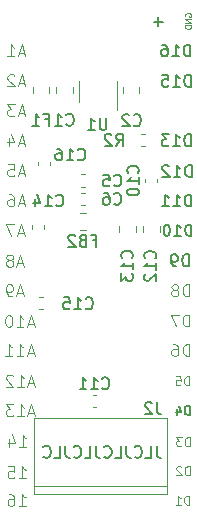
<source format=gbo>
%TF.GenerationSoftware,KiCad,Pcbnew,(5.1.10-1-10_14)*%
%TF.CreationDate,2021-05-30T00:03:35-07:00*%
%TF.ProjectId,BetsyBoard,42657473-7942-46f6-9172-642e6b696361,rev?*%
%TF.SameCoordinates,Original*%
%TF.FileFunction,Legend,Bot*%
%TF.FilePolarity,Positive*%
%FSLAX46Y46*%
G04 Gerber Fmt 4.6, Leading zero omitted, Abs format (unit mm)*
G04 Created by KiCad (PCBNEW (5.1.10-1-10_14)) date 2021-05-30 00:03:35*
%MOMM*%
%LPD*%
G01*
G04 APERTURE LIST*
%ADD10C,0.150000*%
%ADD11C,0.125000*%
%ADD12C,0.100000*%
%ADD13C,0.200000*%
%ADD14C,0.120000*%
G04 APERTURE END LIST*
D10*
X120951047Y-95718380D02*
X120951047Y-96432666D01*
X120998666Y-96575523D01*
X121093904Y-96670761D01*
X121236761Y-96718380D01*
X121332000Y-96718380D01*
X119998666Y-96718380D02*
X120474857Y-96718380D01*
X120474857Y-95718380D01*
X119093904Y-96623142D02*
X119141523Y-96670761D01*
X119284380Y-96718380D01*
X119379619Y-96718380D01*
X119522476Y-96670761D01*
X119617714Y-96575523D01*
X119665333Y-96480285D01*
X119712952Y-96289809D01*
X119712952Y-96146952D01*
X119665333Y-95956476D01*
X119617714Y-95861238D01*
X119522476Y-95766000D01*
X119379619Y-95718380D01*
X119284380Y-95718380D01*
X119141523Y-95766000D01*
X119093904Y-95813619D01*
X118379619Y-95718380D02*
X118379619Y-96432666D01*
X118427238Y-96575523D01*
X118522476Y-96670761D01*
X118665333Y-96718380D01*
X118760571Y-96718380D01*
X117427238Y-96718380D02*
X117903428Y-96718380D01*
X117903428Y-95718380D01*
X116522476Y-96623142D02*
X116570095Y-96670761D01*
X116712952Y-96718380D01*
X116808190Y-96718380D01*
X116951047Y-96670761D01*
X117046285Y-96575523D01*
X117093904Y-96480285D01*
X117141523Y-96289809D01*
X117141523Y-96146952D01*
X117093904Y-95956476D01*
X117046285Y-95861238D01*
X116951047Y-95766000D01*
X116808190Y-95718380D01*
X116712952Y-95718380D01*
X116570095Y-95766000D01*
X116522476Y-95813619D01*
X115808190Y-95718380D02*
X115808190Y-96432666D01*
X115855809Y-96575523D01*
X115951047Y-96670761D01*
X116093904Y-96718380D01*
X116189142Y-96718380D01*
X114855809Y-96718380D02*
X115332000Y-96718380D01*
X115332000Y-95718380D01*
X113951047Y-96623142D02*
X113998666Y-96670761D01*
X114141523Y-96718380D01*
X114236761Y-96718380D01*
X114379619Y-96670761D01*
X114474857Y-96575523D01*
X114522476Y-96480285D01*
X114570095Y-96289809D01*
X114570095Y-96146952D01*
X114522476Y-95956476D01*
X114474857Y-95861238D01*
X114379619Y-95766000D01*
X114236761Y-95718380D01*
X114141523Y-95718380D01*
X113998666Y-95766000D01*
X113951047Y-95813619D01*
X113236761Y-95718380D02*
X113236761Y-96432666D01*
X113284380Y-96575523D01*
X113379619Y-96670761D01*
X113522476Y-96718380D01*
X113617714Y-96718380D01*
X112284380Y-96718380D02*
X112760571Y-96718380D01*
X112760571Y-95718380D01*
X111379619Y-96623142D02*
X111427238Y-96670761D01*
X111570095Y-96718380D01*
X111665333Y-96718380D01*
X111808190Y-96670761D01*
X111903428Y-96575523D01*
X111951047Y-96480285D01*
X111998666Y-96289809D01*
X111998666Y-96146952D01*
X111951047Y-95956476D01*
X111903428Y-95861238D01*
X111808190Y-95766000D01*
X111665333Y-95718380D01*
X111570095Y-95718380D01*
X111427238Y-95766000D01*
X111379619Y-95813619D01*
D11*
X109340476Y-95802380D02*
X109911904Y-95802380D01*
X109626190Y-95802380D02*
X109626190Y-94802380D01*
X109721428Y-94945238D01*
X109816666Y-95040476D01*
X109911904Y-95088095D01*
X108483333Y-95135714D02*
X108483333Y-95802380D01*
X108721428Y-94754761D02*
X108959523Y-95469047D01*
X108340476Y-95469047D01*
X109290476Y-100802380D02*
X109861904Y-100802380D01*
X109576190Y-100802380D02*
X109576190Y-99802380D01*
X109671428Y-99945238D01*
X109766666Y-100040476D01*
X109861904Y-100088095D01*
X108433333Y-99802380D02*
X108623809Y-99802380D01*
X108719047Y-99850000D01*
X108766666Y-99897619D01*
X108861904Y-100040476D01*
X108909523Y-100230952D01*
X108909523Y-100611904D01*
X108861904Y-100707142D01*
X108814285Y-100754761D01*
X108719047Y-100802380D01*
X108528571Y-100802380D01*
X108433333Y-100754761D01*
X108385714Y-100707142D01*
X108338095Y-100611904D01*
X108338095Y-100373809D01*
X108385714Y-100278571D01*
X108433333Y-100230952D01*
X108528571Y-100183333D01*
X108719047Y-100183333D01*
X108814285Y-100230952D01*
X108861904Y-100278571D01*
X108909523Y-100373809D01*
X110540476Y-87816666D02*
X110064285Y-87816666D01*
X110635714Y-88102380D02*
X110302380Y-87102380D01*
X109969047Y-88102380D01*
X109111904Y-88102380D02*
X109683333Y-88102380D01*
X109397619Y-88102380D02*
X109397619Y-87102380D01*
X109492857Y-87245238D01*
X109588095Y-87340476D01*
X109683333Y-87388095D01*
X108159523Y-88102380D02*
X108730952Y-88102380D01*
X108445238Y-88102380D02*
X108445238Y-87102380D01*
X108540476Y-87245238D01*
X108635714Y-87340476D01*
X108730952Y-87388095D01*
X109714285Y-77666666D02*
X109238095Y-77666666D01*
X109809523Y-77952380D02*
X109476190Y-76952380D01*
X109142857Y-77952380D01*
X108904761Y-76952380D02*
X108238095Y-76952380D01*
X108666666Y-77952380D01*
D10*
X123914285Y-72952380D02*
X123914285Y-71952380D01*
X123676190Y-71952380D01*
X123533333Y-72000000D01*
X123438095Y-72095238D01*
X123390476Y-72190476D01*
X123342857Y-72380952D01*
X123342857Y-72523809D01*
X123390476Y-72714285D01*
X123438095Y-72809523D01*
X123533333Y-72904761D01*
X123676190Y-72952380D01*
X123914285Y-72952380D01*
X122390476Y-72952380D02*
X122961904Y-72952380D01*
X122676190Y-72952380D02*
X122676190Y-71952380D01*
X122771428Y-72095238D01*
X122866666Y-72190476D01*
X122961904Y-72238095D01*
X122009523Y-72047619D02*
X121961904Y-72000000D01*
X121866666Y-71952380D01*
X121628571Y-71952380D01*
X121533333Y-72000000D01*
X121485714Y-72047619D01*
X121438095Y-72142857D01*
X121438095Y-72238095D01*
X121485714Y-72380952D01*
X122057142Y-72952380D01*
X121438095Y-72952380D01*
D11*
X123738095Y-88102380D02*
X123738095Y-87102380D01*
X123500000Y-87102380D01*
X123357142Y-87150000D01*
X123261904Y-87245238D01*
X123214285Y-87340476D01*
X123166666Y-87530952D01*
X123166666Y-87673809D01*
X123214285Y-87864285D01*
X123261904Y-87959523D01*
X123357142Y-88054761D01*
X123500000Y-88102380D01*
X123738095Y-88102380D01*
X122309523Y-87102380D02*
X122500000Y-87102380D01*
X122595238Y-87150000D01*
X122642857Y-87197619D01*
X122738095Y-87340476D01*
X122785714Y-87530952D01*
X122785714Y-87911904D01*
X122738095Y-88007142D01*
X122690476Y-88054761D01*
X122595238Y-88102380D01*
X122404761Y-88102380D01*
X122309523Y-88054761D01*
X122261904Y-88007142D01*
X122214285Y-87911904D01*
X122214285Y-87673809D01*
X122261904Y-87578571D01*
X122309523Y-87530952D01*
X122404761Y-87483333D01*
X122595238Y-87483333D01*
X122690476Y-87530952D01*
X122738095Y-87578571D01*
X122785714Y-87673809D01*
X123753571Y-95739285D02*
X123753571Y-94989285D01*
X123575000Y-94989285D01*
X123467857Y-95025000D01*
X123396428Y-95096428D01*
X123360714Y-95167857D01*
X123325000Y-95310714D01*
X123325000Y-95417857D01*
X123360714Y-95560714D01*
X123396428Y-95632142D01*
X123467857Y-95703571D01*
X123575000Y-95739285D01*
X123753571Y-95739285D01*
X123075000Y-94989285D02*
X122610714Y-94989285D01*
X122860714Y-95275000D01*
X122753571Y-95275000D01*
X122682142Y-95310714D01*
X122646428Y-95346428D01*
X122610714Y-95417857D01*
X122610714Y-95596428D01*
X122646428Y-95667857D01*
X122682142Y-95703571D01*
X122753571Y-95739285D01*
X122967857Y-95739285D01*
X123039285Y-95703571D01*
X123075000Y-95667857D01*
D10*
X123896285Y-75452380D02*
X123896285Y-74452380D01*
X123658190Y-74452380D01*
X123515333Y-74500000D01*
X123420095Y-74595238D01*
X123372476Y-74690476D01*
X123324857Y-74880952D01*
X123324857Y-75023809D01*
X123372476Y-75214285D01*
X123420095Y-75309523D01*
X123515333Y-75404761D01*
X123658190Y-75452380D01*
X123896285Y-75452380D01*
X122372476Y-75452380D02*
X122943904Y-75452380D01*
X122658190Y-75452380D02*
X122658190Y-74452380D01*
X122753428Y-74595238D01*
X122848666Y-74690476D01*
X122943904Y-74738095D01*
X121420095Y-75452380D02*
X121991523Y-75452380D01*
X121705809Y-75452380D02*
X121705809Y-74452380D01*
X121801047Y-74595238D01*
X121896285Y-74690476D01*
X121991523Y-74738095D01*
X123864285Y-70352380D02*
X123864285Y-69352380D01*
X123626190Y-69352380D01*
X123483333Y-69400000D01*
X123388095Y-69495238D01*
X123340476Y-69590476D01*
X123292857Y-69780952D01*
X123292857Y-69923809D01*
X123340476Y-70114285D01*
X123388095Y-70209523D01*
X123483333Y-70304761D01*
X123626190Y-70352380D01*
X123864285Y-70352380D01*
X122340476Y-70352380D02*
X122911904Y-70352380D01*
X122626190Y-70352380D02*
X122626190Y-69352380D01*
X122721428Y-69495238D01*
X122816666Y-69590476D01*
X122911904Y-69638095D01*
X122007142Y-69352380D02*
X121388095Y-69352380D01*
X121721428Y-69733333D01*
X121578571Y-69733333D01*
X121483333Y-69780952D01*
X121435714Y-69828571D01*
X121388095Y-69923809D01*
X121388095Y-70161904D01*
X121435714Y-70257142D01*
X121483333Y-70304761D01*
X121578571Y-70352380D01*
X121864285Y-70352380D01*
X121959523Y-70304761D01*
X122007142Y-70257142D01*
D12*
X123400000Y-59359047D02*
X123376190Y-59311428D01*
X123376190Y-59240000D01*
X123400000Y-59168571D01*
X123447619Y-59120952D01*
X123495238Y-59097142D01*
X123590476Y-59073333D01*
X123661904Y-59073333D01*
X123757142Y-59097142D01*
X123804761Y-59120952D01*
X123852380Y-59168571D01*
X123876190Y-59240000D01*
X123876190Y-59287619D01*
X123852380Y-59359047D01*
X123828571Y-59382857D01*
X123661904Y-59382857D01*
X123661904Y-59287619D01*
X123876190Y-59597142D02*
X123376190Y-59597142D01*
X123876190Y-59882857D01*
X123376190Y-59882857D01*
X123876190Y-60120952D02*
X123376190Y-60120952D01*
X123376190Y-60240000D01*
X123400000Y-60311428D01*
X123447619Y-60359047D01*
X123495238Y-60382857D01*
X123590476Y-60406666D01*
X123661904Y-60406666D01*
X123757142Y-60382857D01*
X123804761Y-60359047D01*
X123852380Y-60311428D01*
X123876190Y-60240000D01*
X123876190Y-60120952D01*
D10*
X123864285Y-65302380D02*
X123864285Y-64302380D01*
X123626190Y-64302380D01*
X123483333Y-64350000D01*
X123388095Y-64445238D01*
X123340476Y-64540476D01*
X123292857Y-64730952D01*
X123292857Y-64873809D01*
X123340476Y-65064285D01*
X123388095Y-65159523D01*
X123483333Y-65254761D01*
X123626190Y-65302380D01*
X123864285Y-65302380D01*
X122340476Y-65302380D02*
X122911904Y-65302380D01*
X122626190Y-65302380D02*
X122626190Y-64302380D01*
X122721428Y-64445238D01*
X122816666Y-64540476D01*
X122911904Y-64588095D01*
X121435714Y-64302380D02*
X121911904Y-64302380D01*
X121959523Y-64778571D01*
X121911904Y-64730952D01*
X121816666Y-64683333D01*
X121578571Y-64683333D01*
X121483333Y-64730952D01*
X121435714Y-64778571D01*
X121388095Y-64873809D01*
X121388095Y-65111904D01*
X121435714Y-65207142D01*
X121483333Y-65254761D01*
X121578571Y-65302380D01*
X121816666Y-65302380D01*
X121911904Y-65254761D01*
X121959523Y-65207142D01*
X123814285Y-62752380D02*
X123814285Y-61752380D01*
X123576190Y-61752380D01*
X123433333Y-61800000D01*
X123338095Y-61895238D01*
X123290476Y-61990476D01*
X123242857Y-62180952D01*
X123242857Y-62323809D01*
X123290476Y-62514285D01*
X123338095Y-62609523D01*
X123433333Y-62704761D01*
X123576190Y-62752380D01*
X123814285Y-62752380D01*
X122290476Y-62752380D02*
X122861904Y-62752380D01*
X122576190Y-62752380D02*
X122576190Y-61752380D01*
X122671428Y-61895238D01*
X122766666Y-61990476D01*
X122861904Y-62038095D01*
X121433333Y-61752380D02*
X121623809Y-61752380D01*
X121719047Y-61800000D01*
X121766666Y-61847619D01*
X121861904Y-61990476D01*
X121909523Y-62180952D01*
X121909523Y-62561904D01*
X121861904Y-62657142D01*
X121814285Y-62704761D01*
X121719047Y-62752380D01*
X121528571Y-62752380D01*
X121433333Y-62704761D01*
X121385714Y-62657142D01*
X121338095Y-62561904D01*
X121338095Y-62323809D01*
X121385714Y-62228571D01*
X121433333Y-62180952D01*
X121528571Y-62133333D01*
X121719047Y-62133333D01*
X121814285Y-62180952D01*
X121861904Y-62228571D01*
X121909523Y-62323809D01*
D13*
X121490952Y-59811428D02*
X120729047Y-59811428D01*
X121110000Y-60192380D02*
X121110000Y-59430476D01*
D10*
X123903571Y-77929761D02*
X123903571Y-76979761D01*
X123677380Y-76979761D01*
X123541666Y-77025000D01*
X123451190Y-77115476D01*
X123405952Y-77205952D01*
X123360714Y-77386904D01*
X123360714Y-77522619D01*
X123405952Y-77703571D01*
X123451190Y-77794047D01*
X123541666Y-77884523D01*
X123677380Y-77929761D01*
X123903571Y-77929761D01*
X122455952Y-77929761D02*
X122998809Y-77929761D01*
X122727380Y-77929761D02*
X122727380Y-76979761D01*
X122817857Y-77115476D01*
X122908333Y-77205952D01*
X122998809Y-77251190D01*
X121867857Y-76979761D02*
X121777380Y-76979761D01*
X121686904Y-77025000D01*
X121641666Y-77070238D01*
X121596428Y-77160714D01*
X121551190Y-77341666D01*
X121551190Y-77567857D01*
X121596428Y-77748809D01*
X121641666Y-77839285D01*
X121686904Y-77884523D01*
X121777380Y-77929761D01*
X121867857Y-77929761D01*
X121958333Y-77884523D01*
X122003571Y-77839285D01*
X122048809Y-77748809D01*
X122094047Y-77567857D01*
X122094047Y-77341666D01*
X122048809Y-77160714D01*
X122003571Y-77070238D01*
X121958333Y-77025000D01*
X121867857Y-76979761D01*
D11*
X123703571Y-100689285D02*
X123703571Y-99939285D01*
X123525000Y-99939285D01*
X123417857Y-99975000D01*
X123346428Y-100046428D01*
X123310714Y-100117857D01*
X123275000Y-100260714D01*
X123275000Y-100367857D01*
X123310714Y-100510714D01*
X123346428Y-100582142D01*
X123417857Y-100653571D01*
X123525000Y-100689285D01*
X123703571Y-100689285D01*
X122560714Y-100689285D02*
X122989285Y-100689285D01*
X122775000Y-100689285D02*
X122775000Y-99939285D01*
X122846428Y-100046428D01*
X122917857Y-100117857D01*
X122989285Y-100153571D01*
X123753571Y-98189285D02*
X123753571Y-97439285D01*
X123575000Y-97439285D01*
X123467857Y-97475000D01*
X123396428Y-97546428D01*
X123360714Y-97617857D01*
X123325000Y-97760714D01*
X123325000Y-97867857D01*
X123360714Y-98010714D01*
X123396428Y-98082142D01*
X123467857Y-98153571D01*
X123575000Y-98189285D01*
X123753571Y-98189285D01*
X123039285Y-97510714D02*
X123003571Y-97475000D01*
X122932142Y-97439285D01*
X122753571Y-97439285D01*
X122682142Y-97475000D01*
X122646428Y-97510714D01*
X122610714Y-97582142D01*
X122610714Y-97653571D01*
X122646428Y-97760714D01*
X123075000Y-98189285D01*
X122610714Y-98189285D01*
D10*
X123753571Y-93089285D02*
X123753571Y-92339285D01*
X123575000Y-92339285D01*
X123467857Y-92375000D01*
X123396428Y-92446428D01*
X123360714Y-92517857D01*
X123325000Y-92660714D01*
X123325000Y-92767857D01*
X123360714Y-92910714D01*
X123396428Y-92982142D01*
X123467857Y-93053571D01*
X123575000Y-93089285D01*
X123753571Y-93089285D01*
X122682142Y-92589285D02*
X122682142Y-93089285D01*
X122860714Y-92303571D02*
X123039285Y-92839285D01*
X122575000Y-92839285D01*
D11*
X123703571Y-90589285D02*
X123703571Y-89839285D01*
X123525000Y-89839285D01*
X123417857Y-89875000D01*
X123346428Y-89946428D01*
X123310714Y-90017857D01*
X123275000Y-90160714D01*
X123275000Y-90267857D01*
X123310714Y-90410714D01*
X123346428Y-90482142D01*
X123417857Y-90553571D01*
X123525000Y-90589285D01*
X123703571Y-90589285D01*
X122596428Y-89839285D02*
X122953571Y-89839285D01*
X122989285Y-90196428D01*
X122953571Y-90160714D01*
X122882142Y-90125000D01*
X122703571Y-90125000D01*
X122632142Y-90160714D01*
X122596428Y-90196428D01*
X122560714Y-90267857D01*
X122560714Y-90446428D01*
X122596428Y-90517857D01*
X122632142Y-90553571D01*
X122703571Y-90589285D01*
X122882142Y-90589285D01*
X122953571Y-90553571D01*
X122989285Y-90517857D01*
X123738095Y-85602380D02*
X123738095Y-84602380D01*
X123500000Y-84602380D01*
X123357142Y-84650000D01*
X123261904Y-84745238D01*
X123214285Y-84840476D01*
X123166666Y-85030952D01*
X123166666Y-85173809D01*
X123214285Y-85364285D01*
X123261904Y-85459523D01*
X123357142Y-85554761D01*
X123500000Y-85602380D01*
X123738095Y-85602380D01*
X122833333Y-84602380D02*
X122166666Y-84602380D01*
X122595238Y-85602380D01*
X123738095Y-83052380D02*
X123738095Y-82052380D01*
X123500000Y-82052380D01*
X123357142Y-82100000D01*
X123261904Y-82195238D01*
X123214285Y-82290476D01*
X123166666Y-82480952D01*
X123166666Y-82623809D01*
X123214285Y-82814285D01*
X123261904Y-82909523D01*
X123357142Y-83004761D01*
X123500000Y-83052380D01*
X123738095Y-83052380D01*
X122595238Y-82480952D02*
X122690476Y-82433333D01*
X122738095Y-82385714D01*
X122785714Y-82290476D01*
X122785714Y-82242857D01*
X122738095Y-82147619D01*
X122690476Y-82100000D01*
X122595238Y-82052380D01*
X122404761Y-82052380D01*
X122309523Y-82100000D01*
X122261904Y-82147619D01*
X122214285Y-82242857D01*
X122214285Y-82290476D01*
X122261904Y-82385714D01*
X122309523Y-82433333D01*
X122404761Y-82480952D01*
X122595238Y-82480952D01*
X122690476Y-82528571D01*
X122738095Y-82576190D01*
X122785714Y-82671428D01*
X122785714Y-82861904D01*
X122738095Y-82957142D01*
X122690476Y-83004761D01*
X122595238Y-83052380D01*
X122404761Y-83052380D01*
X122309523Y-83004761D01*
X122261904Y-82957142D01*
X122214285Y-82861904D01*
X122214285Y-82671428D01*
X122261904Y-82576190D01*
X122309523Y-82528571D01*
X122404761Y-82480952D01*
D10*
X123688095Y-80512380D02*
X123688095Y-79512380D01*
X123450000Y-79512380D01*
X123307142Y-79560000D01*
X123211904Y-79655238D01*
X123164285Y-79750476D01*
X123116666Y-79940952D01*
X123116666Y-80083809D01*
X123164285Y-80274285D01*
X123211904Y-80369523D01*
X123307142Y-80464761D01*
X123450000Y-80512380D01*
X123688095Y-80512380D01*
X122640476Y-80512380D02*
X122450000Y-80512380D01*
X122354761Y-80464761D01*
X122307142Y-80417142D01*
X122211904Y-80274285D01*
X122164285Y-80083809D01*
X122164285Y-79702857D01*
X122211904Y-79607619D01*
X122259523Y-79560000D01*
X122354761Y-79512380D01*
X122545238Y-79512380D01*
X122640476Y-79560000D01*
X122688095Y-79607619D01*
X122735714Y-79702857D01*
X122735714Y-79940952D01*
X122688095Y-80036190D01*
X122640476Y-80083809D01*
X122545238Y-80131428D01*
X122354761Y-80131428D01*
X122259523Y-80083809D01*
X122211904Y-80036190D01*
X122164285Y-79940952D01*
D11*
X109290476Y-98452380D02*
X109861904Y-98452380D01*
X109576190Y-98452380D02*
X109576190Y-97452380D01*
X109671428Y-97595238D01*
X109766666Y-97690476D01*
X109861904Y-97738095D01*
X108385714Y-97452380D02*
X108861904Y-97452380D01*
X108909523Y-97928571D01*
X108861904Y-97880952D01*
X108766666Y-97833333D01*
X108528571Y-97833333D01*
X108433333Y-97880952D01*
X108385714Y-97928571D01*
X108338095Y-98023809D01*
X108338095Y-98261904D01*
X108385714Y-98357142D01*
X108433333Y-98404761D01*
X108528571Y-98452380D01*
X108766666Y-98452380D01*
X108861904Y-98404761D01*
X108909523Y-98357142D01*
X110540476Y-85366666D02*
X110064285Y-85366666D01*
X110635714Y-85652380D02*
X110302380Y-84652380D01*
X109969047Y-85652380D01*
X109111904Y-85652380D02*
X109683333Y-85652380D01*
X109397619Y-85652380D02*
X109397619Y-84652380D01*
X109492857Y-84795238D01*
X109588095Y-84890476D01*
X109683333Y-84938095D01*
X108492857Y-84652380D02*
X108397619Y-84652380D01*
X108302380Y-84700000D01*
X108254761Y-84747619D01*
X108207142Y-84842857D01*
X108159523Y-85033333D01*
X108159523Y-85271428D01*
X108207142Y-85461904D01*
X108254761Y-85557142D01*
X108302380Y-85604761D01*
X108397619Y-85652380D01*
X108492857Y-85652380D01*
X108588095Y-85604761D01*
X108635714Y-85557142D01*
X108683333Y-85461904D01*
X108730952Y-85271428D01*
X108730952Y-85033333D01*
X108683333Y-84842857D01*
X108635714Y-84747619D01*
X108588095Y-84700000D01*
X108492857Y-84652380D01*
X110590476Y-92926666D02*
X110114285Y-92926666D01*
X110685714Y-93212380D02*
X110352380Y-92212380D01*
X110019047Y-93212380D01*
X109161904Y-93212380D02*
X109733333Y-93212380D01*
X109447619Y-93212380D02*
X109447619Y-92212380D01*
X109542857Y-92355238D01*
X109638095Y-92450476D01*
X109733333Y-92498095D01*
X108828571Y-92212380D02*
X108209523Y-92212380D01*
X108542857Y-92593333D01*
X108400000Y-92593333D01*
X108304761Y-92640952D01*
X108257142Y-92688571D01*
X108209523Y-92783809D01*
X108209523Y-93021904D01*
X108257142Y-93117142D01*
X108304761Y-93164761D01*
X108400000Y-93212380D01*
X108685714Y-93212380D01*
X108780952Y-93164761D01*
X108828571Y-93117142D01*
X110590476Y-90416666D02*
X110114285Y-90416666D01*
X110685714Y-90702380D02*
X110352380Y-89702380D01*
X110019047Y-90702380D01*
X109161904Y-90702380D02*
X109733333Y-90702380D01*
X109447619Y-90702380D02*
X109447619Y-89702380D01*
X109542857Y-89845238D01*
X109638095Y-89940476D01*
X109733333Y-89988095D01*
X108780952Y-89797619D02*
X108733333Y-89750000D01*
X108638095Y-89702380D01*
X108400000Y-89702380D01*
X108304761Y-89750000D01*
X108257142Y-89797619D01*
X108209523Y-89892857D01*
X108209523Y-89988095D01*
X108257142Y-90130952D01*
X108828571Y-90702380D01*
X108209523Y-90702380D01*
X109632285Y-82766666D02*
X109156095Y-82766666D01*
X109727523Y-83052380D02*
X109394190Y-82052380D01*
X109060857Y-83052380D01*
X108679904Y-83052380D02*
X108489428Y-83052380D01*
X108394190Y-83004761D01*
X108346571Y-82957142D01*
X108251333Y-82814285D01*
X108203714Y-82623809D01*
X108203714Y-82242857D01*
X108251333Y-82147619D01*
X108298952Y-82100000D01*
X108394190Y-82052380D01*
X108584666Y-82052380D01*
X108679904Y-82100000D01*
X108727523Y-82147619D01*
X108775142Y-82242857D01*
X108775142Y-82480952D01*
X108727523Y-82576190D01*
X108679904Y-82623809D01*
X108584666Y-82671428D01*
X108394190Y-82671428D01*
X108298952Y-82623809D01*
X108251333Y-82576190D01*
X108203714Y-82480952D01*
X109664285Y-80266666D02*
X109188095Y-80266666D01*
X109759523Y-80552380D02*
X109426190Y-79552380D01*
X109092857Y-80552380D01*
X108616666Y-79980952D02*
X108711904Y-79933333D01*
X108759523Y-79885714D01*
X108807142Y-79790476D01*
X108807142Y-79742857D01*
X108759523Y-79647619D01*
X108711904Y-79600000D01*
X108616666Y-79552380D01*
X108426190Y-79552380D01*
X108330952Y-79600000D01*
X108283333Y-79647619D01*
X108235714Y-79742857D01*
X108235714Y-79790476D01*
X108283333Y-79885714D01*
X108330952Y-79933333D01*
X108426190Y-79980952D01*
X108616666Y-79980952D01*
X108711904Y-80028571D01*
X108759523Y-80076190D01*
X108807142Y-80171428D01*
X108807142Y-80361904D01*
X108759523Y-80457142D01*
X108711904Y-80504761D01*
X108616666Y-80552380D01*
X108426190Y-80552380D01*
X108330952Y-80504761D01*
X108283333Y-80457142D01*
X108235714Y-80361904D01*
X108235714Y-80171428D01*
X108283333Y-80076190D01*
X108330952Y-80028571D01*
X108426190Y-79980952D01*
X109759285Y-75146666D02*
X109283095Y-75146666D01*
X109854523Y-75432380D02*
X109521190Y-74432380D01*
X109187857Y-75432380D01*
X108425952Y-74432380D02*
X108616428Y-74432380D01*
X108711666Y-74480000D01*
X108759285Y-74527619D01*
X108854523Y-74670476D01*
X108902142Y-74860952D01*
X108902142Y-75241904D01*
X108854523Y-75337142D01*
X108806904Y-75384761D01*
X108711666Y-75432380D01*
X108521190Y-75432380D01*
X108425952Y-75384761D01*
X108378333Y-75337142D01*
X108330714Y-75241904D01*
X108330714Y-75003809D01*
X108378333Y-74908571D01*
X108425952Y-74860952D01*
X108521190Y-74813333D01*
X108711666Y-74813333D01*
X108806904Y-74860952D01*
X108854523Y-74908571D01*
X108902142Y-75003809D01*
X109759285Y-72606666D02*
X109283095Y-72606666D01*
X109854523Y-72892380D02*
X109521190Y-71892380D01*
X109187857Y-72892380D01*
X108378333Y-71892380D02*
X108854523Y-71892380D01*
X108902142Y-72368571D01*
X108854523Y-72320952D01*
X108759285Y-72273333D01*
X108521190Y-72273333D01*
X108425952Y-72320952D01*
X108378333Y-72368571D01*
X108330714Y-72463809D01*
X108330714Y-72701904D01*
X108378333Y-72797142D01*
X108425952Y-72844761D01*
X108521190Y-72892380D01*
X108759285Y-72892380D01*
X108854523Y-72844761D01*
X108902142Y-72797142D01*
X109759285Y-70066666D02*
X109283095Y-70066666D01*
X109854523Y-70352380D02*
X109521190Y-69352380D01*
X109187857Y-70352380D01*
X108425952Y-69685714D02*
X108425952Y-70352380D01*
X108664047Y-69304761D02*
X108902142Y-70019047D01*
X108283095Y-70019047D01*
X109759285Y-67526666D02*
X109283095Y-67526666D01*
X109854523Y-67812380D02*
X109521190Y-66812380D01*
X109187857Y-67812380D01*
X108949761Y-66812380D02*
X108330714Y-66812380D01*
X108664047Y-67193333D01*
X108521190Y-67193333D01*
X108425952Y-67240952D01*
X108378333Y-67288571D01*
X108330714Y-67383809D01*
X108330714Y-67621904D01*
X108378333Y-67717142D01*
X108425952Y-67764761D01*
X108521190Y-67812380D01*
X108806904Y-67812380D01*
X108902142Y-67764761D01*
X108949761Y-67717142D01*
X109759285Y-64986666D02*
X109283095Y-64986666D01*
X109854523Y-65272380D02*
X109521190Y-64272380D01*
X109187857Y-65272380D01*
X108902142Y-64367619D02*
X108854523Y-64320000D01*
X108759285Y-64272380D01*
X108521190Y-64272380D01*
X108425952Y-64320000D01*
X108378333Y-64367619D01*
X108330714Y-64462857D01*
X108330714Y-64558095D01*
X108378333Y-64700952D01*
X108949761Y-65272380D01*
X108330714Y-65272380D01*
X109759285Y-62446666D02*
X109283095Y-62446666D01*
X109854523Y-62732380D02*
X109521190Y-61732380D01*
X109187857Y-62732380D01*
X108330714Y-62732380D02*
X108902142Y-62732380D01*
X108616428Y-62732380D02*
X108616428Y-61732380D01*
X108711666Y-61875238D01*
X108806904Y-61970476D01*
X108902142Y-62018095D01*
D14*
%TO.C,F1*%
X111885000Y-65316422D02*
X111885000Y-65833578D01*
X110465000Y-65316422D02*
X110465000Y-65833578D01*
%TO.C,U1*%
X114360000Y-66620000D02*
X114360000Y-64820000D01*
X117580000Y-64820000D02*
X117580000Y-67270000D01*
%TO.C,C10*%
X120960000Y-73087221D02*
X120960000Y-73412779D01*
X119940000Y-73087221D02*
X119940000Y-73412779D01*
%TO.C,J2*%
X110555000Y-99105000D02*
X121855000Y-99105000D01*
X110555000Y-93355000D02*
X110555000Y-99805000D01*
X121855000Y-93355000D02*
X121855000Y-99805000D01*
X121855000Y-93355000D02*
X110555000Y-93355000D01*
X110555000Y-99805000D02*
X121855000Y-99805000D01*
%TO.C,R2*%
X119637221Y-70360000D02*
X119962779Y-70360000D01*
X119637221Y-69340000D02*
X119962779Y-69340000D01*
%TO.C,C15*%
X111362779Y-83090000D02*
X111037221Y-83090000D01*
X111362779Y-84110000D02*
X111037221Y-84110000D01*
%TO.C,C11*%
X115862779Y-91390000D02*
X115537221Y-91390000D01*
X115862779Y-92410000D02*
X115537221Y-92410000D01*
%TO.C,C14*%
X110390000Y-77037221D02*
X110390000Y-77362779D01*
X111410000Y-77037221D02*
X111410000Y-77362779D01*
%TO.C,C2*%
X118090000Y-65341422D02*
X118090000Y-65858578D01*
X119510000Y-65341422D02*
X119510000Y-65858578D01*
%TO.C,C13*%
X117790000Y-77091422D02*
X117790000Y-77608578D01*
X119210000Y-77091422D02*
X119210000Y-77608578D01*
%TO.C,C12*%
X119790000Y-77091422D02*
X119790000Y-77608578D01*
X121210000Y-77091422D02*
X121210000Y-77608578D01*
%TO.C,C16*%
X110910000Y-71649221D02*
X110910000Y-71974779D01*
X111930000Y-71649221D02*
X111930000Y-71974779D01*
%TO.C,C6*%
X114587221Y-75360000D02*
X114912779Y-75360000D01*
X114587221Y-74340000D02*
X114912779Y-74340000D01*
%TO.C,C5*%
X114587221Y-73760000D02*
X114912779Y-73760000D01*
X114587221Y-72740000D02*
X114912779Y-72740000D01*
%TO.C,FB2*%
X114441422Y-76040000D02*
X114958578Y-76040000D01*
X114441422Y-77460000D02*
X114958578Y-77460000D01*
%TO.C,C1*%
X112440000Y-65828578D02*
X112440000Y-65311422D01*
X113860000Y-65828578D02*
X113860000Y-65311422D01*
%TO.C,F1*%
D10*
X111483333Y-68078571D02*
X111816666Y-68078571D01*
X111816666Y-68602380D02*
X111816666Y-67602380D01*
X111340476Y-67602380D01*
X110435714Y-68602380D02*
X111007142Y-68602380D01*
X110721428Y-68602380D02*
X110721428Y-67602380D01*
X110816666Y-67745238D01*
X110911904Y-67840476D01*
X111007142Y-67888095D01*
%TO.C,U1*%
X116711904Y-67952380D02*
X116711904Y-68761904D01*
X116664285Y-68857142D01*
X116616666Y-68904761D01*
X116521428Y-68952380D01*
X116330952Y-68952380D01*
X116235714Y-68904761D01*
X116188095Y-68857142D01*
X116140476Y-68761904D01*
X116140476Y-67952380D01*
X115140476Y-68952380D02*
X115711904Y-68952380D01*
X115426190Y-68952380D02*
X115426190Y-67952380D01*
X115521428Y-68095238D01*
X115616666Y-68190476D01*
X115711904Y-68238095D01*
%TO.C,C10*%
X119377142Y-72607142D02*
X119424761Y-72559523D01*
X119472380Y-72416666D01*
X119472380Y-72321428D01*
X119424761Y-72178571D01*
X119329523Y-72083333D01*
X119234285Y-72035714D01*
X119043809Y-71988095D01*
X118900952Y-71988095D01*
X118710476Y-72035714D01*
X118615238Y-72083333D01*
X118520000Y-72178571D01*
X118472380Y-72321428D01*
X118472380Y-72416666D01*
X118520000Y-72559523D01*
X118567619Y-72607142D01*
X119472380Y-73559523D02*
X119472380Y-72988095D01*
X119472380Y-73273809D02*
X118472380Y-73273809D01*
X118615238Y-73178571D01*
X118710476Y-73083333D01*
X118758095Y-72988095D01*
X118472380Y-74178571D02*
X118472380Y-74273809D01*
X118520000Y-74369047D01*
X118567619Y-74416666D01*
X118662857Y-74464285D01*
X118853333Y-74511904D01*
X119091428Y-74511904D01*
X119281904Y-74464285D01*
X119377142Y-74416666D01*
X119424761Y-74369047D01*
X119472380Y-74273809D01*
X119472380Y-74178571D01*
X119424761Y-74083333D01*
X119377142Y-74035714D01*
X119281904Y-73988095D01*
X119091428Y-73940476D01*
X118853333Y-73940476D01*
X118662857Y-73988095D01*
X118567619Y-74035714D01*
X118520000Y-74083333D01*
X118472380Y-74178571D01*
%TO.C,J2*%
X120983333Y-92035380D02*
X120983333Y-92749666D01*
X121030952Y-92892523D01*
X121126190Y-92987761D01*
X121269047Y-93035380D01*
X121364285Y-93035380D01*
X120554761Y-92130619D02*
X120507142Y-92083000D01*
X120411904Y-92035380D01*
X120173809Y-92035380D01*
X120078571Y-92083000D01*
X120030952Y-92130619D01*
X119983333Y-92225857D01*
X119983333Y-92321095D01*
X120030952Y-92463952D01*
X120602380Y-93035380D01*
X119983333Y-93035380D01*
%TO.C,R2*%
X117516666Y-70302380D02*
X117850000Y-69826190D01*
X118088095Y-70302380D02*
X118088095Y-69302380D01*
X117707142Y-69302380D01*
X117611904Y-69350000D01*
X117564285Y-69397619D01*
X117516666Y-69492857D01*
X117516666Y-69635714D01*
X117564285Y-69730952D01*
X117611904Y-69778571D01*
X117707142Y-69826190D01*
X118088095Y-69826190D01*
X117135714Y-69397619D02*
X117088095Y-69350000D01*
X116992857Y-69302380D01*
X116754761Y-69302380D01*
X116659523Y-69350000D01*
X116611904Y-69397619D01*
X116564285Y-69492857D01*
X116564285Y-69588095D01*
X116611904Y-69730952D01*
X117183333Y-70302380D01*
X116564285Y-70302380D01*
%TO.C,C15*%
X114942857Y-84057142D02*
X114990476Y-84104761D01*
X115133333Y-84152380D01*
X115228571Y-84152380D01*
X115371428Y-84104761D01*
X115466666Y-84009523D01*
X115514285Y-83914285D01*
X115561904Y-83723809D01*
X115561904Y-83580952D01*
X115514285Y-83390476D01*
X115466666Y-83295238D01*
X115371428Y-83200000D01*
X115228571Y-83152380D01*
X115133333Y-83152380D01*
X114990476Y-83200000D01*
X114942857Y-83247619D01*
X113990476Y-84152380D02*
X114561904Y-84152380D01*
X114276190Y-84152380D02*
X114276190Y-83152380D01*
X114371428Y-83295238D01*
X114466666Y-83390476D01*
X114561904Y-83438095D01*
X113085714Y-83152380D02*
X113561904Y-83152380D01*
X113609523Y-83628571D01*
X113561904Y-83580952D01*
X113466666Y-83533333D01*
X113228571Y-83533333D01*
X113133333Y-83580952D01*
X113085714Y-83628571D01*
X113038095Y-83723809D01*
X113038095Y-83961904D01*
X113085714Y-84057142D01*
X113133333Y-84104761D01*
X113228571Y-84152380D01*
X113466666Y-84152380D01*
X113561904Y-84104761D01*
X113609523Y-84057142D01*
%TO.C,C11*%
X116342857Y-90827142D02*
X116390476Y-90874761D01*
X116533333Y-90922380D01*
X116628571Y-90922380D01*
X116771428Y-90874761D01*
X116866666Y-90779523D01*
X116914285Y-90684285D01*
X116961904Y-90493809D01*
X116961904Y-90350952D01*
X116914285Y-90160476D01*
X116866666Y-90065238D01*
X116771428Y-89970000D01*
X116628571Y-89922380D01*
X116533333Y-89922380D01*
X116390476Y-89970000D01*
X116342857Y-90017619D01*
X115390476Y-90922380D02*
X115961904Y-90922380D01*
X115676190Y-90922380D02*
X115676190Y-89922380D01*
X115771428Y-90065238D01*
X115866666Y-90160476D01*
X115961904Y-90208095D01*
X114438095Y-90922380D02*
X115009523Y-90922380D01*
X114723809Y-90922380D02*
X114723809Y-89922380D01*
X114819047Y-90065238D01*
X114914285Y-90160476D01*
X115009523Y-90208095D01*
%TO.C,C14*%
X112442857Y-75357142D02*
X112490476Y-75404761D01*
X112633333Y-75452380D01*
X112728571Y-75452380D01*
X112871428Y-75404761D01*
X112966666Y-75309523D01*
X113014285Y-75214285D01*
X113061904Y-75023809D01*
X113061904Y-74880952D01*
X113014285Y-74690476D01*
X112966666Y-74595238D01*
X112871428Y-74500000D01*
X112728571Y-74452380D01*
X112633333Y-74452380D01*
X112490476Y-74500000D01*
X112442857Y-74547619D01*
X111490476Y-75452380D02*
X112061904Y-75452380D01*
X111776190Y-75452380D02*
X111776190Y-74452380D01*
X111871428Y-74595238D01*
X111966666Y-74690476D01*
X112061904Y-74738095D01*
X110633333Y-74785714D02*
X110633333Y-75452380D01*
X110871428Y-74404761D02*
X111109523Y-75119047D01*
X110490476Y-75119047D01*
%TO.C,C2*%
X119016666Y-68557142D02*
X119064285Y-68604761D01*
X119207142Y-68652380D01*
X119302380Y-68652380D01*
X119445238Y-68604761D01*
X119540476Y-68509523D01*
X119588095Y-68414285D01*
X119635714Y-68223809D01*
X119635714Y-68080952D01*
X119588095Y-67890476D01*
X119540476Y-67795238D01*
X119445238Y-67700000D01*
X119302380Y-67652380D01*
X119207142Y-67652380D01*
X119064285Y-67700000D01*
X119016666Y-67747619D01*
X118635714Y-67747619D02*
X118588095Y-67700000D01*
X118492857Y-67652380D01*
X118254761Y-67652380D01*
X118159523Y-67700000D01*
X118111904Y-67747619D01*
X118064285Y-67842857D01*
X118064285Y-67938095D01*
X118111904Y-68080952D01*
X118683333Y-68652380D01*
X118064285Y-68652380D01*
%TO.C,C13*%
X118857142Y-79827142D02*
X118904761Y-79779523D01*
X118952380Y-79636666D01*
X118952380Y-79541428D01*
X118904761Y-79398571D01*
X118809523Y-79303333D01*
X118714285Y-79255714D01*
X118523809Y-79208095D01*
X118380952Y-79208095D01*
X118190476Y-79255714D01*
X118095238Y-79303333D01*
X118000000Y-79398571D01*
X117952380Y-79541428D01*
X117952380Y-79636666D01*
X118000000Y-79779523D01*
X118047619Y-79827142D01*
X118952380Y-80779523D02*
X118952380Y-80208095D01*
X118952380Y-80493809D02*
X117952380Y-80493809D01*
X118095238Y-80398571D01*
X118190476Y-80303333D01*
X118238095Y-80208095D01*
X117952380Y-81112857D02*
X117952380Y-81731904D01*
X118333333Y-81398571D01*
X118333333Y-81541428D01*
X118380952Y-81636666D01*
X118428571Y-81684285D01*
X118523809Y-81731904D01*
X118761904Y-81731904D01*
X118857142Y-81684285D01*
X118904761Y-81636666D01*
X118952380Y-81541428D01*
X118952380Y-81255714D01*
X118904761Y-81160476D01*
X118857142Y-81112857D01*
%TO.C,C12*%
X120827142Y-79847142D02*
X120874761Y-79799523D01*
X120922380Y-79656666D01*
X120922380Y-79561428D01*
X120874761Y-79418571D01*
X120779523Y-79323333D01*
X120684285Y-79275714D01*
X120493809Y-79228095D01*
X120350952Y-79228095D01*
X120160476Y-79275714D01*
X120065238Y-79323333D01*
X119970000Y-79418571D01*
X119922380Y-79561428D01*
X119922380Y-79656666D01*
X119970000Y-79799523D01*
X120017619Y-79847142D01*
X120922380Y-80799523D02*
X120922380Y-80228095D01*
X120922380Y-80513809D02*
X119922380Y-80513809D01*
X120065238Y-80418571D01*
X120160476Y-80323333D01*
X120208095Y-80228095D01*
X120017619Y-81180476D02*
X119970000Y-81228095D01*
X119922380Y-81323333D01*
X119922380Y-81561428D01*
X119970000Y-81656666D01*
X120017619Y-81704285D01*
X120112857Y-81751904D01*
X120208095Y-81751904D01*
X120350952Y-81704285D01*
X120922380Y-81132857D01*
X120922380Y-81751904D01*
%TO.C,C16*%
X114292857Y-71457142D02*
X114340476Y-71504761D01*
X114483333Y-71552380D01*
X114578571Y-71552380D01*
X114721428Y-71504761D01*
X114816666Y-71409523D01*
X114864285Y-71314285D01*
X114911904Y-71123809D01*
X114911904Y-70980952D01*
X114864285Y-70790476D01*
X114816666Y-70695238D01*
X114721428Y-70600000D01*
X114578571Y-70552380D01*
X114483333Y-70552380D01*
X114340476Y-70600000D01*
X114292857Y-70647619D01*
X113340476Y-71552380D02*
X113911904Y-71552380D01*
X113626190Y-71552380D02*
X113626190Y-70552380D01*
X113721428Y-70695238D01*
X113816666Y-70790476D01*
X113911904Y-70838095D01*
X112483333Y-70552380D02*
X112673809Y-70552380D01*
X112769047Y-70600000D01*
X112816666Y-70647619D01*
X112911904Y-70790476D01*
X112959523Y-70980952D01*
X112959523Y-71361904D01*
X112911904Y-71457142D01*
X112864285Y-71504761D01*
X112769047Y-71552380D01*
X112578571Y-71552380D01*
X112483333Y-71504761D01*
X112435714Y-71457142D01*
X112388095Y-71361904D01*
X112388095Y-71123809D01*
X112435714Y-71028571D01*
X112483333Y-70980952D01*
X112578571Y-70933333D01*
X112769047Y-70933333D01*
X112864285Y-70980952D01*
X112911904Y-71028571D01*
X112959523Y-71123809D01*
%TO.C,C6*%
X117366666Y-75207142D02*
X117414285Y-75254761D01*
X117557142Y-75302380D01*
X117652380Y-75302380D01*
X117795238Y-75254761D01*
X117890476Y-75159523D01*
X117938095Y-75064285D01*
X117985714Y-74873809D01*
X117985714Y-74730952D01*
X117938095Y-74540476D01*
X117890476Y-74445238D01*
X117795238Y-74350000D01*
X117652380Y-74302380D01*
X117557142Y-74302380D01*
X117414285Y-74350000D01*
X117366666Y-74397619D01*
X116509523Y-74302380D02*
X116700000Y-74302380D01*
X116795238Y-74350000D01*
X116842857Y-74397619D01*
X116938095Y-74540476D01*
X116985714Y-74730952D01*
X116985714Y-75111904D01*
X116938095Y-75207142D01*
X116890476Y-75254761D01*
X116795238Y-75302380D01*
X116604761Y-75302380D01*
X116509523Y-75254761D01*
X116461904Y-75207142D01*
X116414285Y-75111904D01*
X116414285Y-74873809D01*
X116461904Y-74778571D01*
X116509523Y-74730952D01*
X116604761Y-74683333D01*
X116795238Y-74683333D01*
X116890476Y-74730952D01*
X116938095Y-74778571D01*
X116985714Y-74873809D01*
%TO.C,C5*%
X117366666Y-73657142D02*
X117414285Y-73704761D01*
X117557142Y-73752380D01*
X117652380Y-73752380D01*
X117795238Y-73704761D01*
X117890476Y-73609523D01*
X117938095Y-73514285D01*
X117985714Y-73323809D01*
X117985714Y-73180952D01*
X117938095Y-72990476D01*
X117890476Y-72895238D01*
X117795238Y-72800000D01*
X117652380Y-72752380D01*
X117557142Y-72752380D01*
X117414285Y-72800000D01*
X117366666Y-72847619D01*
X116461904Y-72752380D02*
X116938095Y-72752380D01*
X116985714Y-73228571D01*
X116938095Y-73180952D01*
X116842857Y-73133333D01*
X116604761Y-73133333D01*
X116509523Y-73180952D01*
X116461904Y-73228571D01*
X116414285Y-73323809D01*
X116414285Y-73561904D01*
X116461904Y-73657142D01*
X116509523Y-73704761D01*
X116604761Y-73752380D01*
X116842857Y-73752380D01*
X116938095Y-73704761D01*
X116985714Y-73657142D01*
%TO.C,FB2*%
X115533333Y-78328571D02*
X115866666Y-78328571D01*
X115866666Y-78852380D02*
X115866666Y-77852380D01*
X115390476Y-77852380D01*
X114676190Y-78328571D02*
X114533333Y-78376190D01*
X114485714Y-78423809D01*
X114438095Y-78519047D01*
X114438095Y-78661904D01*
X114485714Y-78757142D01*
X114533333Y-78804761D01*
X114628571Y-78852380D01*
X115009523Y-78852380D01*
X115009523Y-77852380D01*
X114676190Y-77852380D01*
X114580952Y-77900000D01*
X114533333Y-77947619D01*
X114485714Y-78042857D01*
X114485714Y-78138095D01*
X114533333Y-78233333D01*
X114580952Y-78280952D01*
X114676190Y-78328571D01*
X115009523Y-78328571D01*
X114057142Y-77947619D02*
X114009523Y-77900000D01*
X113914285Y-77852380D01*
X113676190Y-77852380D01*
X113580952Y-77900000D01*
X113533333Y-77947619D01*
X113485714Y-78042857D01*
X113485714Y-78138095D01*
X113533333Y-78280952D01*
X114104761Y-78852380D01*
X113485714Y-78852380D01*
%TO.C,C1*%
X113316666Y-68507142D02*
X113364285Y-68554761D01*
X113507142Y-68602380D01*
X113602380Y-68602380D01*
X113745238Y-68554761D01*
X113840476Y-68459523D01*
X113888095Y-68364285D01*
X113935714Y-68173809D01*
X113935714Y-68030952D01*
X113888095Y-67840476D01*
X113840476Y-67745238D01*
X113745238Y-67650000D01*
X113602380Y-67602380D01*
X113507142Y-67602380D01*
X113364285Y-67650000D01*
X113316666Y-67697619D01*
X112364285Y-68602380D02*
X112935714Y-68602380D01*
X112650000Y-68602380D02*
X112650000Y-67602380D01*
X112745238Y-67745238D01*
X112840476Y-67840476D01*
X112935714Y-67888095D01*
%TD*%
M02*

</source>
